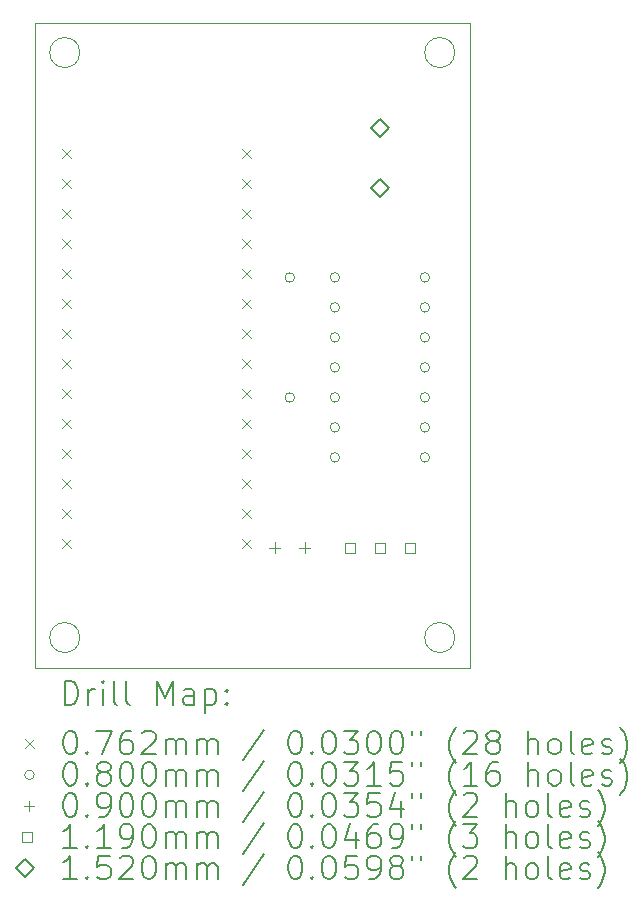
<source format=gbr>
%FSLAX45Y45*%
G04 Gerber Fmt 4.5, Leading zero omitted, Abs format (unit mm)*
G04 Created by KiCad (PCBNEW (6.0.4)) date 2022-04-18 10:49:24*
%MOMM*%
%LPD*%
G01*
G04 APERTURE LIST*
%TA.AperFunction,Profile*%
%ADD10C,0.100000*%
%TD*%
%ADD11C,0.200000*%
%ADD12C,0.076200*%
%ADD13C,0.080000*%
%ADD14C,0.090000*%
%ADD15C,0.119000*%
%ADD16C,0.152000*%
G04 APERTURE END LIST*
D10*
X11049000Y-6477000D02*
X14732000Y-6477000D01*
X14732000Y-6477000D02*
X14732000Y-11938000D01*
X14732000Y-11938000D02*
X11049000Y-11938000D01*
X11049000Y-11938000D02*
X11049000Y-6477000D01*
X14605000Y-11684000D02*
G75*
G03*
X14605000Y-11684000I-127000J0D01*
G01*
X14605000Y-6731000D02*
G75*
G03*
X14605000Y-6731000I-127000J0D01*
G01*
X11430000Y-6731000D02*
G75*
G03*
X11430000Y-6731000I-127000J0D01*
G01*
X11430000Y-11684000D02*
G75*
G03*
X11430000Y-11684000I-127000J0D01*
G01*
D11*
D12*
X11278400Y-7545400D02*
X11354600Y-7621600D01*
X11354600Y-7545400D02*
X11278400Y-7621600D01*
X11278400Y-7799400D02*
X11354600Y-7875600D01*
X11354600Y-7799400D02*
X11278400Y-7875600D01*
X11278400Y-8053400D02*
X11354600Y-8129600D01*
X11354600Y-8053400D02*
X11278400Y-8129600D01*
X11278400Y-8307400D02*
X11354600Y-8383600D01*
X11354600Y-8307400D02*
X11278400Y-8383600D01*
X11278400Y-8561400D02*
X11354600Y-8637600D01*
X11354600Y-8561400D02*
X11278400Y-8637600D01*
X11278400Y-8815400D02*
X11354600Y-8891600D01*
X11354600Y-8815400D02*
X11278400Y-8891600D01*
X11278400Y-9069400D02*
X11354600Y-9145600D01*
X11354600Y-9069400D02*
X11278400Y-9145600D01*
X11278400Y-9323400D02*
X11354600Y-9399600D01*
X11354600Y-9323400D02*
X11278400Y-9399600D01*
X11278400Y-9577400D02*
X11354600Y-9653600D01*
X11354600Y-9577400D02*
X11278400Y-9653600D01*
X11278400Y-9831400D02*
X11354600Y-9907600D01*
X11354600Y-9831400D02*
X11278400Y-9907600D01*
X11278400Y-10085400D02*
X11354600Y-10161600D01*
X11354600Y-10085400D02*
X11278400Y-10161600D01*
X11278400Y-10339400D02*
X11354600Y-10415600D01*
X11354600Y-10339400D02*
X11278400Y-10415600D01*
X11278400Y-10593400D02*
X11354600Y-10669600D01*
X11354600Y-10593400D02*
X11278400Y-10669600D01*
X11278400Y-10847400D02*
X11354600Y-10923600D01*
X11354600Y-10847400D02*
X11278400Y-10923600D01*
X12802400Y-7545400D02*
X12878600Y-7621600D01*
X12878600Y-7545400D02*
X12802400Y-7621600D01*
X12802400Y-7799400D02*
X12878600Y-7875600D01*
X12878600Y-7799400D02*
X12802400Y-7875600D01*
X12802400Y-8053400D02*
X12878600Y-8129600D01*
X12878600Y-8053400D02*
X12802400Y-8129600D01*
X12802400Y-8307400D02*
X12878600Y-8383600D01*
X12878600Y-8307400D02*
X12802400Y-8383600D01*
X12802400Y-8561400D02*
X12878600Y-8637600D01*
X12878600Y-8561400D02*
X12802400Y-8637600D01*
X12802400Y-8815400D02*
X12878600Y-8891600D01*
X12878600Y-8815400D02*
X12802400Y-8891600D01*
X12802400Y-9069400D02*
X12878600Y-9145600D01*
X12878600Y-9069400D02*
X12802400Y-9145600D01*
X12802400Y-9323400D02*
X12878600Y-9399600D01*
X12878600Y-9323400D02*
X12802400Y-9399600D01*
X12802400Y-9577400D02*
X12878600Y-9653600D01*
X12878600Y-9577400D02*
X12802400Y-9653600D01*
X12802400Y-9831400D02*
X12878600Y-9907600D01*
X12878600Y-9831400D02*
X12802400Y-9907600D01*
X12802400Y-10085400D02*
X12878600Y-10161600D01*
X12878600Y-10085400D02*
X12802400Y-10161600D01*
X12802400Y-10339400D02*
X12878600Y-10415600D01*
X12878600Y-10339400D02*
X12802400Y-10415600D01*
X12802400Y-10593400D02*
X12878600Y-10669600D01*
X12878600Y-10593400D02*
X12802400Y-10669600D01*
X12802400Y-10847400D02*
X12878600Y-10923600D01*
X12878600Y-10847400D02*
X12802400Y-10923600D01*
D13*
X13248000Y-8636000D02*
G75*
G03*
X13248000Y-8636000I-40000J0D01*
G01*
X13248000Y-9652000D02*
G75*
G03*
X13248000Y-9652000I-40000J0D01*
G01*
X13630000Y-8635500D02*
G75*
G03*
X13630000Y-8635500I-40000J0D01*
G01*
X13630000Y-8889500D02*
G75*
G03*
X13630000Y-8889500I-40000J0D01*
G01*
X13630000Y-9143500D02*
G75*
G03*
X13630000Y-9143500I-40000J0D01*
G01*
X13630000Y-9397500D02*
G75*
G03*
X13630000Y-9397500I-40000J0D01*
G01*
X13630000Y-9651500D02*
G75*
G03*
X13630000Y-9651500I-40000J0D01*
G01*
X13630000Y-9905500D02*
G75*
G03*
X13630000Y-9905500I-40000J0D01*
G01*
X13630000Y-10159500D02*
G75*
G03*
X13630000Y-10159500I-40000J0D01*
G01*
X14392000Y-8635500D02*
G75*
G03*
X14392000Y-8635500I-40000J0D01*
G01*
X14392000Y-8889500D02*
G75*
G03*
X14392000Y-8889500I-40000J0D01*
G01*
X14392000Y-9143500D02*
G75*
G03*
X14392000Y-9143500I-40000J0D01*
G01*
X14392000Y-9397500D02*
G75*
G03*
X14392000Y-9397500I-40000J0D01*
G01*
X14392000Y-9651500D02*
G75*
G03*
X14392000Y-9651500I-40000J0D01*
G01*
X14392000Y-9905500D02*
G75*
G03*
X14392000Y-9905500I-40000J0D01*
G01*
X14392000Y-10159500D02*
G75*
G03*
X14392000Y-10159500I-40000J0D01*
G01*
D14*
X13081000Y-10877000D02*
X13081000Y-10967000D01*
X13036000Y-10922000D02*
X13126000Y-10922000D01*
X13335000Y-10877000D02*
X13335000Y-10967000D01*
X13290000Y-10922000D02*
X13380000Y-10922000D01*
D15*
X13758073Y-10964073D02*
X13758073Y-10879927D01*
X13673927Y-10879927D01*
X13673927Y-10964073D01*
X13758073Y-10964073D01*
X14012073Y-10964073D02*
X14012073Y-10879927D01*
X13927927Y-10879927D01*
X13927927Y-10964073D01*
X14012073Y-10964073D01*
X14266073Y-10964073D02*
X14266073Y-10879927D01*
X14181927Y-10879927D01*
X14181927Y-10964073D01*
X14266073Y-10964073D01*
D16*
X13970000Y-7442000D02*
X14046000Y-7366000D01*
X13970000Y-7290000D01*
X13894000Y-7366000D01*
X13970000Y-7442000D01*
X13970000Y-7950000D02*
X14046000Y-7874000D01*
X13970000Y-7798000D01*
X13894000Y-7874000D01*
X13970000Y-7950000D01*
D11*
X11301619Y-12253476D02*
X11301619Y-12053476D01*
X11349238Y-12053476D01*
X11377809Y-12063000D01*
X11396857Y-12082048D01*
X11406381Y-12101095D01*
X11415905Y-12139190D01*
X11415905Y-12167762D01*
X11406381Y-12205857D01*
X11396857Y-12224905D01*
X11377809Y-12243952D01*
X11349238Y-12253476D01*
X11301619Y-12253476D01*
X11501619Y-12253476D02*
X11501619Y-12120143D01*
X11501619Y-12158238D02*
X11511143Y-12139190D01*
X11520667Y-12129667D01*
X11539714Y-12120143D01*
X11558762Y-12120143D01*
X11625428Y-12253476D02*
X11625428Y-12120143D01*
X11625428Y-12053476D02*
X11615905Y-12063000D01*
X11625428Y-12072524D01*
X11634952Y-12063000D01*
X11625428Y-12053476D01*
X11625428Y-12072524D01*
X11749238Y-12253476D02*
X11730190Y-12243952D01*
X11720667Y-12224905D01*
X11720667Y-12053476D01*
X11854000Y-12253476D02*
X11834952Y-12243952D01*
X11825428Y-12224905D01*
X11825428Y-12053476D01*
X12082571Y-12253476D02*
X12082571Y-12053476D01*
X12149238Y-12196333D01*
X12215905Y-12053476D01*
X12215905Y-12253476D01*
X12396857Y-12253476D02*
X12396857Y-12148714D01*
X12387333Y-12129667D01*
X12368286Y-12120143D01*
X12330190Y-12120143D01*
X12311143Y-12129667D01*
X12396857Y-12243952D02*
X12377809Y-12253476D01*
X12330190Y-12253476D01*
X12311143Y-12243952D01*
X12301619Y-12224905D01*
X12301619Y-12205857D01*
X12311143Y-12186809D01*
X12330190Y-12177286D01*
X12377809Y-12177286D01*
X12396857Y-12167762D01*
X12492095Y-12120143D02*
X12492095Y-12320143D01*
X12492095Y-12129667D02*
X12511143Y-12120143D01*
X12549238Y-12120143D01*
X12568286Y-12129667D01*
X12577809Y-12139190D01*
X12587333Y-12158238D01*
X12587333Y-12215381D01*
X12577809Y-12234428D01*
X12568286Y-12243952D01*
X12549238Y-12253476D01*
X12511143Y-12253476D01*
X12492095Y-12243952D01*
X12673048Y-12234428D02*
X12682571Y-12243952D01*
X12673048Y-12253476D01*
X12663524Y-12243952D01*
X12673048Y-12234428D01*
X12673048Y-12253476D01*
X12673048Y-12129667D02*
X12682571Y-12139190D01*
X12673048Y-12148714D01*
X12663524Y-12139190D01*
X12673048Y-12129667D01*
X12673048Y-12148714D01*
D12*
X10967800Y-12544900D02*
X11044000Y-12621100D01*
X11044000Y-12544900D02*
X10967800Y-12621100D01*
D11*
X11339714Y-12473476D02*
X11358762Y-12473476D01*
X11377809Y-12483000D01*
X11387333Y-12492524D01*
X11396857Y-12511571D01*
X11406381Y-12549667D01*
X11406381Y-12597286D01*
X11396857Y-12635381D01*
X11387333Y-12654428D01*
X11377809Y-12663952D01*
X11358762Y-12673476D01*
X11339714Y-12673476D01*
X11320667Y-12663952D01*
X11311143Y-12654428D01*
X11301619Y-12635381D01*
X11292095Y-12597286D01*
X11292095Y-12549667D01*
X11301619Y-12511571D01*
X11311143Y-12492524D01*
X11320667Y-12483000D01*
X11339714Y-12473476D01*
X11492095Y-12654428D02*
X11501619Y-12663952D01*
X11492095Y-12673476D01*
X11482571Y-12663952D01*
X11492095Y-12654428D01*
X11492095Y-12673476D01*
X11568286Y-12473476D02*
X11701619Y-12473476D01*
X11615905Y-12673476D01*
X11863524Y-12473476D02*
X11825428Y-12473476D01*
X11806381Y-12483000D01*
X11796857Y-12492524D01*
X11777809Y-12521095D01*
X11768286Y-12559190D01*
X11768286Y-12635381D01*
X11777809Y-12654428D01*
X11787333Y-12663952D01*
X11806381Y-12673476D01*
X11844476Y-12673476D01*
X11863524Y-12663952D01*
X11873048Y-12654428D01*
X11882571Y-12635381D01*
X11882571Y-12587762D01*
X11873048Y-12568714D01*
X11863524Y-12559190D01*
X11844476Y-12549667D01*
X11806381Y-12549667D01*
X11787333Y-12559190D01*
X11777809Y-12568714D01*
X11768286Y-12587762D01*
X11958762Y-12492524D02*
X11968286Y-12483000D01*
X11987333Y-12473476D01*
X12034952Y-12473476D01*
X12054000Y-12483000D01*
X12063524Y-12492524D01*
X12073048Y-12511571D01*
X12073048Y-12530619D01*
X12063524Y-12559190D01*
X11949238Y-12673476D01*
X12073048Y-12673476D01*
X12158762Y-12673476D02*
X12158762Y-12540143D01*
X12158762Y-12559190D02*
X12168286Y-12549667D01*
X12187333Y-12540143D01*
X12215905Y-12540143D01*
X12234952Y-12549667D01*
X12244476Y-12568714D01*
X12244476Y-12673476D01*
X12244476Y-12568714D02*
X12254000Y-12549667D01*
X12273048Y-12540143D01*
X12301619Y-12540143D01*
X12320667Y-12549667D01*
X12330190Y-12568714D01*
X12330190Y-12673476D01*
X12425428Y-12673476D02*
X12425428Y-12540143D01*
X12425428Y-12559190D02*
X12434952Y-12549667D01*
X12454000Y-12540143D01*
X12482571Y-12540143D01*
X12501619Y-12549667D01*
X12511143Y-12568714D01*
X12511143Y-12673476D01*
X12511143Y-12568714D02*
X12520667Y-12549667D01*
X12539714Y-12540143D01*
X12568286Y-12540143D01*
X12587333Y-12549667D01*
X12596857Y-12568714D01*
X12596857Y-12673476D01*
X12987333Y-12463952D02*
X12815905Y-12721095D01*
X13244476Y-12473476D02*
X13263524Y-12473476D01*
X13282571Y-12483000D01*
X13292095Y-12492524D01*
X13301619Y-12511571D01*
X13311143Y-12549667D01*
X13311143Y-12597286D01*
X13301619Y-12635381D01*
X13292095Y-12654428D01*
X13282571Y-12663952D01*
X13263524Y-12673476D01*
X13244476Y-12673476D01*
X13225428Y-12663952D01*
X13215905Y-12654428D01*
X13206381Y-12635381D01*
X13196857Y-12597286D01*
X13196857Y-12549667D01*
X13206381Y-12511571D01*
X13215905Y-12492524D01*
X13225428Y-12483000D01*
X13244476Y-12473476D01*
X13396857Y-12654428D02*
X13406381Y-12663952D01*
X13396857Y-12673476D01*
X13387333Y-12663952D01*
X13396857Y-12654428D01*
X13396857Y-12673476D01*
X13530190Y-12473476D02*
X13549238Y-12473476D01*
X13568286Y-12483000D01*
X13577809Y-12492524D01*
X13587333Y-12511571D01*
X13596857Y-12549667D01*
X13596857Y-12597286D01*
X13587333Y-12635381D01*
X13577809Y-12654428D01*
X13568286Y-12663952D01*
X13549238Y-12673476D01*
X13530190Y-12673476D01*
X13511143Y-12663952D01*
X13501619Y-12654428D01*
X13492095Y-12635381D01*
X13482571Y-12597286D01*
X13482571Y-12549667D01*
X13492095Y-12511571D01*
X13501619Y-12492524D01*
X13511143Y-12483000D01*
X13530190Y-12473476D01*
X13663524Y-12473476D02*
X13787333Y-12473476D01*
X13720667Y-12549667D01*
X13749238Y-12549667D01*
X13768286Y-12559190D01*
X13777809Y-12568714D01*
X13787333Y-12587762D01*
X13787333Y-12635381D01*
X13777809Y-12654428D01*
X13768286Y-12663952D01*
X13749238Y-12673476D01*
X13692095Y-12673476D01*
X13673048Y-12663952D01*
X13663524Y-12654428D01*
X13911143Y-12473476D02*
X13930190Y-12473476D01*
X13949238Y-12483000D01*
X13958762Y-12492524D01*
X13968286Y-12511571D01*
X13977809Y-12549667D01*
X13977809Y-12597286D01*
X13968286Y-12635381D01*
X13958762Y-12654428D01*
X13949238Y-12663952D01*
X13930190Y-12673476D01*
X13911143Y-12673476D01*
X13892095Y-12663952D01*
X13882571Y-12654428D01*
X13873048Y-12635381D01*
X13863524Y-12597286D01*
X13863524Y-12549667D01*
X13873048Y-12511571D01*
X13882571Y-12492524D01*
X13892095Y-12483000D01*
X13911143Y-12473476D01*
X14101619Y-12473476D02*
X14120667Y-12473476D01*
X14139714Y-12483000D01*
X14149238Y-12492524D01*
X14158762Y-12511571D01*
X14168286Y-12549667D01*
X14168286Y-12597286D01*
X14158762Y-12635381D01*
X14149238Y-12654428D01*
X14139714Y-12663952D01*
X14120667Y-12673476D01*
X14101619Y-12673476D01*
X14082571Y-12663952D01*
X14073048Y-12654428D01*
X14063524Y-12635381D01*
X14054000Y-12597286D01*
X14054000Y-12549667D01*
X14063524Y-12511571D01*
X14073048Y-12492524D01*
X14082571Y-12483000D01*
X14101619Y-12473476D01*
X14244476Y-12473476D02*
X14244476Y-12511571D01*
X14320667Y-12473476D02*
X14320667Y-12511571D01*
X14615905Y-12749667D02*
X14606381Y-12740143D01*
X14587333Y-12711571D01*
X14577809Y-12692524D01*
X14568286Y-12663952D01*
X14558762Y-12616333D01*
X14558762Y-12578238D01*
X14568286Y-12530619D01*
X14577809Y-12502048D01*
X14587333Y-12483000D01*
X14606381Y-12454428D01*
X14615905Y-12444905D01*
X14682571Y-12492524D02*
X14692095Y-12483000D01*
X14711143Y-12473476D01*
X14758762Y-12473476D01*
X14777809Y-12483000D01*
X14787333Y-12492524D01*
X14796857Y-12511571D01*
X14796857Y-12530619D01*
X14787333Y-12559190D01*
X14673048Y-12673476D01*
X14796857Y-12673476D01*
X14911143Y-12559190D02*
X14892095Y-12549667D01*
X14882571Y-12540143D01*
X14873048Y-12521095D01*
X14873048Y-12511571D01*
X14882571Y-12492524D01*
X14892095Y-12483000D01*
X14911143Y-12473476D01*
X14949238Y-12473476D01*
X14968286Y-12483000D01*
X14977809Y-12492524D01*
X14987333Y-12511571D01*
X14987333Y-12521095D01*
X14977809Y-12540143D01*
X14968286Y-12549667D01*
X14949238Y-12559190D01*
X14911143Y-12559190D01*
X14892095Y-12568714D01*
X14882571Y-12578238D01*
X14873048Y-12597286D01*
X14873048Y-12635381D01*
X14882571Y-12654428D01*
X14892095Y-12663952D01*
X14911143Y-12673476D01*
X14949238Y-12673476D01*
X14968286Y-12663952D01*
X14977809Y-12654428D01*
X14987333Y-12635381D01*
X14987333Y-12597286D01*
X14977809Y-12578238D01*
X14968286Y-12568714D01*
X14949238Y-12559190D01*
X15225428Y-12673476D02*
X15225428Y-12473476D01*
X15311143Y-12673476D02*
X15311143Y-12568714D01*
X15301619Y-12549667D01*
X15282571Y-12540143D01*
X15254000Y-12540143D01*
X15234952Y-12549667D01*
X15225428Y-12559190D01*
X15434952Y-12673476D02*
X15415905Y-12663952D01*
X15406381Y-12654428D01*
X15396857Y-12635381D01*
X15396857Y-12578238D01*
X15406381Y-12559190D01*
X15415905Y-12549667D01*
X15434952Y-12540143D01*
X15463524Y-12540143D01*
X15482571Y-12549667D01*
X15492095Y-12559190D01*
X15501619Y-12578238D01*
X15501619Y-12635381D01*
X15492095Y-12654428D01*
X15482571Y-12663952D01*
X15463524Y-12673476D01*
X15434952Y-12673476D01*
X15615905Y-12673476D02*
X15596857Y-12663952D01*
X15587333Y-12644905D01*
X15587333Y-12473476D01*
X15768286Y-12663952D02*
X15749238Y-12673476D01*
X15711143Y-12673476D01*
X15692095Y-12663952D01*
X15682571Y-12644905D01*
X15682571Y-12568714D01*
X15692095Y-12549667D01*
X15711143Y-12540143D01*
X15749238Y-12540143D01*
X15768286Y-12549667D01*
X15777809Y-12568714D01*
X15777809Y-12587762D01*
X15682571Y-12606809D01*
X15854000Y-12663952D02*
X15873048Y-12673476D01*
X15911143Y-12673476D01*
X15930190Y-12663952D01*
X15939714Y-12644905D01*
X15939714Y-12635381D01*
X15930190Y-12616333D01*
X15911143Y-12606809D01*
X15882571Y-12606809D01*
X15863524Y-12597286D01*
X15854000Y-12578238D01*
X15854000Y-12568714D01*
X15863524Y-12549667D01*
X15882571Y-12540143D01*
X15911143Y-12540143D01*
X15930190Y-12549667D01*
X16006381Y-12749667D02*
X16015905Y-12740143D01*
X16034952Y-12711571D01*
X16044476Y-12692524D01*
X16054000Y-12663952D01*
X16063524Y-12616333D01*
X16063524Y-12578238D01*
X16054000Y-12530619D01*
X16044476Y-12502048D01*
X16034952Y-12483000D01*
X16015905Y-12454428D01*
X16006381Y-12444905D01*
D13*
X11044000Y-12847000D02*
G75*
G03*
X11044000Y-12847000I-40000J0D01*
G01*
D11*
X11339714Y-12737476D02*
X11358762Y-12737476D01*
X11377809Y-12747000D01*
X11387333Y-12756524D01*
X11396857Y-12775571D01*
X11406381Y-12813667D01*
X11406381Y-12861286D01*
X11396857Y-12899381D01*
X11387333Y-12918428D01*
X11377809Y-12927952D01*
X11358762Y-12937476D01*
X11339714Y-12937476D01*
X11320667Y-12927952D01*
X11311143Y-12918428D01*
X11301619Y-12899381D01*
X11292095Y-12861286D01*
X11292095Y-12813667D01*
X11301619Y-12775571D01*
X11311143Y-12756524D01*
X11320667Y-12747000D01*
X11339714Y-12737476D01*
X11492095Y-12918428D02*
X11501619Y-12927952D01*
X11492095Y-12937476D01*
X11482571Y-12927952D01*
X11492095Y-12918428D01*
X11492095Y-12937476D01*
X11615905Y-12823190D02*
X11596857Y-12813667D01*
X11587333Y-12804143D01*
X11577809Y-12785095D01*
X11577809Y-12775571D01*
X11587333Y-12756524D01*
X11596857Y-12747000D01*
X11615905Y-12737476D01*
X11654000Y-12737476D01*
X11673048Y-12747000D01*
X11682571Y-12756524D01*
X11692095Y-12775571D01*
X11692095Y-12785095D01*
X11682571Y-12804143D01*
X11673048Y-12813667D01*
X11654000Y-12823190D01*
X11615905Y-12823190D01*
X11596857Y-12832714D01*
X11587333Y-12842238D01*
X11577809Y-12861286D01*
X11577809Y-12899381D01*
X11587333Y-12918428D01*
X11596857Y-12927952D01*
X11615905Y-12937476D01*
X11654000Y-12937476D01*
X11673048Y-12927952D01*
X11682571Y-12918428D01*
X11692095Y-12899381D01*
X11692095Y-12861286D01*
X11682571Y-12842238D01*
X11673048Y-12832714D01*
X11654000Y-12823190D01*
X11815905Y-12737476D02*
X11834952Y-12737476D01*
X11854000Y-12747000D01*
X11863524Y-12756524D01*
X11873048Y-12775571D01*
X11882571Y-12813667D01*
X11882571Y-12861286D01*
X11873048Y-12899381D01*
X11863524Y-12918428D01*
X11854000Y-12927952D01*
X11834952Y-12937476D01*
X11815905Y-12937476D01*
X11796857Y-12927952D01*
X11787333Y-12918428D01*
X11777809Y-12899381D01*
X11768286Y-12861286D01*
X11768286Y-12813667D01*
X11777809Y-12775571D01*
X11787333Y-12756524D01*
X11796857Y-12747000D01*
X11815905Y-12737476D01*
X12006381Y-12737476D02*
X12025428Y-12737476D01*
X12044476Y-12747000D01*
X12054000Y-12756524D01*
X12063524Y-12775571D01*
X12073048Y-12813667D01*
X12073048Y-12861286D01*
X12063524Y-12899381D01*
X12054000Y-12918428D01*
X12044476Y-12927952D01*
X12025428Y-12937476D01*
X12006381Y-12937476D01*
X11987333Y-12927952D01*
X11977809Y-12918428D01*
X11968286Y-12899381D01*
X11958762Y-12861286D01*
X11958762Y-12813667D01*
X11968286Y-12775571D01*
X11977809Y-12756524D01*
X11987333Y-12747000D01*
X12006381Y-12737476D01*
X12158762Y-12937476D02*
X12158762Y-12804143D01*
X12158762Y-12823190D02*
X12168286Y-12813667D01*
X12187333Y-12804143D01*
X12215905Y-12804143D01*
X12234952Y-12813667D01*
X12244476Y-12832714D01*
X12244476Y-12937476D01*
X12244476Y-12832714D02*
X12254000Y-12813667D01*
X12273048Y-12804143D01*
X12301619Y-12804143D01*
X12320667Y-12813667D01*
X12330190Y-12832714D01*
X12330190Y-12937476D01*
X12425428Y-12937476D02*
X12425428Y-12804143D01*
X12425428Y-12823190D02*
X12434952Y-12813667D01*
X12454000Y-12804143D01*
X12482571Y-12804143D01*
X12501619Y-12813667D01*
X12511143Y-12832714D01*
X12511143Y-12937476D01*
X12511143Y-12832714D02*
X12520667Y-12813667D01*
X12539714Y-12804143D01*
X12568286Y-12804143D01*
X12587333Y-12813667D01*
X12596857Y-12832714D01*
X12596857Y-12937476D01*
X12987333Y-12727952D02*
X12815905Y-12985095D01*
X13244476Y-12737476D02*
X13263524Y-12737476D01*
X13282571Y-12747000D01*
X13292095Y-12756524D01*
X13301619Y-12775571D01*
X13311143Y-12813667D01*
X13311143Y-12861286D01*
X13301619Y-12899381D01*
X13292095Y-12918428D01*
X13282571Y-12927952D01*
X13263524Y-12937476D01*
X13244476Y-12937476D01*
X13225428Y-12927952D01*
X13215905Y-12918428D01*
X13206381Y-12899381D01*
X13196857Y-12861286D01*
X13196857Y-12813667D01*
X13206381Y-12775571D01*
X13215905Y-12756524D01*
X13225428Y-12747000D01*
X13244476Y-12737476D01*
X13396857Y-12918428D02*
X13406381Y-12927952D01*
X13396857Y-12937476D01*
X13387333Y-12927952D01*
X13396857Y-12918428D01*
X13396857Y-12937476D01*
X13530190Y-12737476D02*
X13549238Y-12737476D01*
X13568286Y-12747000D01*
X13577809Y-12756524D01*
X13587333Y-12775571D01*
X13596857Y-12813667D01*
X13596857Y-12861286D01*
X13587333Y-12899381D01*
X13577809Y-12918428D01*
X13568286Y-12927952D01*
X13549238Y-12937476D01*
X13530190Y-12937476D01*
X13511143Y-12927952D01*
X13501619Y-12918428D01*
X13492095Y-12899381D01*
X13482571Y-12861286D01*
X13482571Y-12813667D01*
X13492095Y-12775571D01*
X13501619Y-12756524D01*
X13511143Y-12747000D01*
X13530190Y-12737476D01*
X13663524Y-12737476D02*
X13787333Y-12737476D01*
X13720667Y-12813667D01*
X13749238Y-12813667D01*
X13768286Y-12823190D01*
X13777809Y-12832714D01*
X13787333Y-12851762D01*
X13787333Y-12899381D01*
X13777809Y-12918428D01*
X13768286Y-12927952D01*
X13749238Y-12937476D01*
X13692095Y-12937476D01*
X13673048Y-12927952D01*
X13663524Y-12918428D01*
X13977809Y-12937476D02*
X13863524Y-12937476D01*
X13920667Y-12937476D02*
X13920667Y-12737476D01*
X13901619Y-12766048D01*
X13882571Y-12785095D01*
X13863524Y-12794619D01*
X14158762Y-12737476D02*
X14063524Y-12737476D01*
X14054000Y-12832714D01*
X14063524Y-12823190D01*
X14082571Y-12813667D01*
X14130190Y-12813667D01*
X14149238Y-12823190D01*
X14158762Y-12832714D01*
X14168286Y-12851762D01*
X14168286Y-12899381D01*
X14158762Y-12918428D01*
X14149238Y-12927952D01*
X14130190Y-12937476D01*
X14082571Y-12937476D01*
X14063524Y-12927952D01*
X14054000Y-12918428D01*
X14244476Y-12737476D02*
X14244476Y-12775571D01*
X14320667Y-12737476D02*
X14320667Y-12775571D01*
X14615905Y-13013667D02*
X14606381Y-13004143D01*
X14587333Y-12975571D01*
X14577809Y-12956524D01*
X14568286Y-12927952D01*
X14558762Y-12880333D01*
X14558762Y-12842238D01*
X14568286Y-12794619D01*
X14577809Y-12766048D01*
X14587333Y-12747000D01*
X14606381Y-12718428D01*
X14615905Y-12708905D01*
X14796857Y-12937476D02*
X14682571Y-12937476D01*
X14739714Y-12937476D02*
X14739714Y-12737476D01*
X14720667Y-12766048D01*
X14701619Y-12785095D01*
X14682571Y-12794619D01*
X14968286Y-12737476D02*
X14930190Y-12737476D01*
X14911143Y-12747000D01*
X14901619Y-12756524D01*
X14882571Y-12785095D01*
X14873048Y-12823190D01*
X14873048Y-12899381D01*
X14882571Y-12918428D01*
X14892095Y-12927952D01*
X14911143Y-12937476D01*
X14949238Y-12937476D01*
X14968286Y-12927952D01*
X14977809Y-12918428D01*
X14987333Y-12899381D01*
X14987333Y-12851762D01*
X14977809Y-12832714D01*
X14968286Y-12823190D01*
X14949238Y-12813667D01*
X14911143Y-12813667D01*
X14892095Y-12823190D01*
X14882571Y-12832714D01*
X14873048Y-12851762D01*
X15225428Y-12937476D02*
X15225428Y-12737476D01*
X15311143Y-12937476D02*
X15311143Y-12832714D01*
X15301619Y-12813667D01*
X15282571Y-12804143D01*
X15254000Y-12804143D01*
X15234952Y-12813667D01*
X15225428Y-12823190D01*
X15434952Y-12937476D02*
X15415905Y-12927952D01*
X15406381Y-12918428D01*
X15396857Y-12899381D01*
X15396857Y-12842238D01*
X15406381Y-12823190D01*
X15415905Y-12813667D01*
X15434952Y-12804143D01*
X15463524Y-12804143D01*
X15482571Y-12813667D01*
X15492095Y-12823190D01*
X15501619Y-12842238D01*
X15501619Y-12899381D01*
X15492095Y-12918428D01*
X15482571Y-12927952D01*
X15463524Y-12937476D01*
X15434952Y-12937476D01*
X15615905Y-12937476D02*
X15596857Y-12927952D01*
X15587333Y-12908905D01*
X15587333Y-12737476D01*
X15768286Y-12927952D02*
X15749238Y-12937476D01*
X15711143Y-12937476D01*
X15692095Y-12927952D01*
X15682571Y-12908905D01*
X15682571Y-12832714D01*
X15692095Y-12813667D01*
X15711143Y-12804143D01*
X15749238Y-12804143D01*
X15768286Y-12813667D01*
X15777809Y-12832714D01*
X15777809Y-12851762D01*
X15682571Y-12870809D01*
X15854000Y-12927952D02*
X15873048Y-12937476D01*
X15911143Y-12937476D01*
X15930190Y-12927952D01*
X15939714Y-12908905D01*
X15939714Y-12899381D01*
X15930190Y-12880333D01*
X15911143Y-12870809D01*
X15882571Y-12870809D01*
X15863524Y-12861286D01*
X15854000Y-12842238D01*
X15854000Y-12832714D01*
X15863524Y-12813667D01*
X15882571Y-12804143D01*
X15911143Y-12804143D01*
X15930190Y-12813667D01*
X16006381Y-13013667D02*
X16015905Y-13004143D01*
X16034952Y-12975571D01*
X16044476Y-12956524D01*
X16054000Y-12927952D01*
X16063524Y-12880333D01*
X16063524Y-12842238D01*
X16054000Y-12794619D01*
X16044476Y-12766048D01*
X16034952Y-12747000D01*
X16015905Y-12718428D01*
X16006381Y-12708905D01*
D14*
X10999000Y-13066000D02*
X10999000Y-13156000D01*
X10954000Y-13111000D02*
X11044000Y-13111000D01*
D11*
X11339714Y-13001476D02*
X11358762Y-13001476D01*
X11377809Y-13011000D01*
X11387333Y-13020524D01*
X11396857Y-13039571D01*
X11406381Y-13077667D01*
X11406381Y-13125286D01*
X11396857Y-13163381D01*
X11387333Y-13182428D01*
X11377809Y-13191952D01*
X11358762Y-13201476D01*
X11339714Y-13201476D01*
X11320667Y-13191952D01*
X11311143Y-13182428D01*
X11301619Y-13163381D01*
X11292095Y-13125286D01*
X11292095Y-13077667D01*
X11301619Y-13039571D01*
X11311143Y-13020524D01*
X11320667Y-13011000D01*
X11339714Y-13001476D01*
X11492095Y-13182428D02*
X11501619Y-13191952D01*
X11492095Y-13201476D01*
X11482571Y-13191952D01*
X11492095Y-13182428D01*
X11492095Y-13201476D01*
X11596857Y-13201476D02*
X11634952Y-13201476D01*
X11654000Y-13191952D01*
X11663524Y-13182428D01*
X11682571Y-13153857D01*
X11692095Y-13115762D01*
X11692095Y-13039571D01*
X11682571Y-13020524D01*
X11673048Y-13011000D01*
X11654000Y-13001476D01*
X11615905Y-13001476D01*
X11596857Y-13011000D01*
X11587333Y-13020524D01*
X11577809Y-13039571D01*
X11577809Y-13087190D01*
X11587333Y-13106238D01*
X11596857Y-13115762D01*
X11615905Y-13125286D01*
X11654000Y-13125286D01*
X11673048Y-13115762D01*
X11682571Y-13106238D01*
X11692095Y-13087190D01*
X11815905Y-13001476D02*
X11834952Y-13001476D01*
X11854000Y-13011000D01*
X11863524Y-13020524D01*
X11873048Y-13039571D01*
X11882571Y-13077667D01*
X11882571Y-13125286D01*
X11873048Y-13163381D01*
X11863524Y-13182428D01*
X11854000Y-13191952D01*
X11834952Y-13201476D01*
X11815905Y-13201476D01*
X11796857Y-13191952D01*
X11787333Y-13182428D01*
X11777809Y-13163381D01*
X11768286Y-13125286D01*
X11768286Y-13077667D01*
X11777809Y-13039571D01*
X11787333Y-13020524D01*
X11796857Y-13011000D01*
X11815905Y-13001476D01*
X12006381Y-13001476D02*
X12025428Y-13001476D01*
X12044476Y-13011000D01*
X12054000Y-13020524D01*
X12063524Y-13039571D01*
X12073048Y-13077667D01*
X12073048Y-13125286D01*
X12063524Y-13163381D01*
X12054000Y-13182428D01*
X12044476Y-13191952D01*
X12025428Y-13201476D01*
X12006381Y-13201476D01*
X11987333Y-13191952D01*
X11977809Y-13182428D01*
X11968286Y-13163381D01*
X11958762Y-13125286D01*
X11958762Y-13077667D01*
X11968286Y-13039571D01*
X11977809Y-13020524D01*
X11987333Y-13011000D01*
X12006381Y-13001476D01*
X12158762Y-13201476D02*
X12158762Y-13068143D01*
X12158762Y-13087190D02*
X12168286Y-13077667D01*
X12187333Y-13068143D01*
X12215905Y-13068143D01*
X12234952Y-13077667D01*
X12244476Y-13096714D01*
X12244476Y-13201476D01*
X12244476Y-13096714D02*
X12254000Y-13077667D01*
X12273048Y-13068143D01*
X12301619Y-13068143D01*
X12320667Y-13077667D01*
X12330190Y-13096714D01*
X12330190Y-13201476D01*
X12425428Y-13201476D02*
X12425428Y-13068143D01*
X12425428Y-13087190D02*
X12434952Y-13077667D01*
X12454000Y-13068143D01*
X12482571Y-13068143D01*
X12501619Y-13077667D01*
X12511143Y-13096714D01*
X12511143Y-13201476D01*
X12511143Y-13096714D02*
X12520667Y-13077667D01*
X12539714Y-13068143D01*
X12568286Y-13068143D01*
X12587333Y-13077667D01*
X12596857Y-13096714D01*
X12596857Y-13201476D01*
X12987333Y-12991952D02*
X12815905Y-13249095D01*
X13244476Y-13001476D02*
X13263524Y-13001476D01*
X13282571Y-13011000D01*
X13292095Y-13020524D01*
X13301619Y-13039571D01*
X13311143Y-13077667D01*
X13311143Y-13125286D01*
X13301619Y-13163381D01*
X13292095Y-13182428D01*
X13282571Y-13191952D01*
X13263524Y-13201476D01*
X13244476Y-13201476D01*
X13225428Y-13191952D01*
X13215905Y-13182428D01*
X13206381Y-13163381D01*
X13196857Y-13125286D01*
X13196857Y-13077667D01*
X13206381Y-13039571D01*
X13215905Y-13020524D01*
X13225428Y-13011000D01*
X13244476Y-13001476D01*
X13396857Y-13182428D02*
X13406381Y-13191952D01*
X13396857Y-13201476D01*
X13387333Y-13191952D01*
X13396857Y-13182428D01*
X13396857Y-13201476D01*
X13530190Y-13001476D02*
X13549238Y-13001476D01*
X13568286Y-13011000D01*
X13577809Y-13020524D01*
X13587333Y-13039571D01*
X13596857Y-13077667D01*
X13596857Y-13125286D01*
X13587333Y-13163381D01*
X13577809Y-13182428D01*
X13568286Y-13191952D01*
X13549238Y-13201476D01*
X13530190Y-13201476D01*
X13511143Y-13191952D01*
X13501619Y-13182428D01*
X13492095Y-13163381D01*
X13482571Y-13125286D01*
X13482571Y-13077667D01*
X13492095Y-13039571D01*
X13501619Y-13020524D01*
X13511143Y-13011000D01*
X13530190Y-13001476D01*
X13663524Y-13001476D02*
X13787333Y-13001476D01*
X13720667Y-13077667D01*
X13749238Y-13077667D01*
X13768286Y-13087190D01*
X13777809Y-13096714D01*
X13787333Y-13115762D01*
X13787333Y-13163381D01*
X13777809Y-13182428D01*
X13768286Y-13191952D01*
X13749238Y-13201476D01*
X13692095Y-13201476D01*
X13673048Y-13191952D01*
X13663524Y-13182428D01*
X13968286Y-13001476D02*
X13873048Y-13001476D01*
X13863524Y-13096714D01*
X13873048Y-13087190D01*
X13892095Y-13077667D01*
X13939714Y-13077667D01*
X13958762Y-13087190D01*
X13968286Y-13096714D01*
X13977809Y-13115762D01*
X13977809Y-13163381D01*
X13968286Y-13182428D01*
X13958762Y-13191952D01*
X13939714Y-13201476D01*
X13892095Y-13201476D01*
X13873048Y-13191952D01*
X13863524Y-13182428D01*
X14149238Y-13068143D02*
X14149238Y-13201476D01*
X14101619Y-12991952D02*
X14054000Y-13134809D01*
X14177809Y-13134809D01*
X14244476Y-13001476D02*
X14244476Y-13039571D01*
X14320667Y-13001476D02*
X14320667Y-13039571D01*
X14615905Y-13277667D02*
X14606381Y-13268143D01*
X14587333Y-13239571D01*
X14577809Y-13220524D01*
X14568286Y-13191952D01*
X14558762Y-13144333D01*
X14558762Y-13106238D01*
X14568286Y-13058619D01*
X14577809Y-13030048D01*
X14587333Y-13011000D01*
X14606381Y-12982428D01*
X14615905Y-12972905D01*
X14682571Y-13020524D02*
X14692095Y-13011000D01*
X14711143Y-13001476D01*
X14758762Y-13001476D01*
X14777809Y-13011000D01*
X14787333Y-13020524D01*
X14796857Y-13039571D01*
X14796857Y-13058619D01*
X14787333Y-13087190D01*
X14673048Y-13201476D01*
X14796857Y-13201476D01*
X15034952Y-13201476D02*
X15034952Y-13001476D01*
X15120667Y-13201476D02*
X15120667Y-13096714D01*
X15111143Y-13077667D01*
X15092095Y-13068143D01*
X15063524Y-13068143D01*
X15044476Y-13077667D01*
X15034952Y-13087190D01*
X15244476Y-13201476D02*
X15225428Y-13191952D01*
X15215905Y-13182428D01*
X15206381Y-13163381D01*
X15206381Y-13106238D01*
X15215905Y-13087190D01*
X15225428Y-13077667D01*
X15244476Y-13068143D01*
X15273048Y-13068143D01*
X15292095Y-13077667D01*
X15301619Y-13087190D01*
X15311143Y-13106238D01*
X15311143Y-13163381D01*
X15301619Y-13182428D01*
X15292095Y-13191952D01*
X15273048Y-13201476D01*
X15244476Y-13201476D01*
X15425428Y-13201476D02*
X15406381Y-13191952D01*
X15396857Y-13172905D01*
X15396857Y-13001476D01*
X15577809Y-13191952D02*
X15558762Y-13201476D01*
X15520667Y-13201476D01*
X15501619Y-13191952D01*
X15492095Y-13172905D01*
X15492095Y-13096714D01*
X15501619Y-13077667D01*
X15520667Y-13068143D01*
X15558762Y-13068143D01*
X15577809Y-13077667D01*
X15587333Y-13096714D01*
X15587333Y-13115762D01*
X15492095Y-13134809D01*
X15663524Y-13191952D02*
X15682571Y-13201476D01*
X15720667Y-13201476D01*
X15739714Y-13191952D01*
X15749238Y-13172905D01*
X15749238Y-13163381D01*
X15739714Y-13144333D01*
X15720667Y-13134809D01*
X15692095Y-13134809D01*
X15673048Y-13125286D01*
X15663524Y-13106238D01*
X15663524Y-13096714D01*
X15673048Y-13077667D01*
X15692095Y-13068143D01*
X15720667Y-13068143D01*
X15739714Y-13077667D01*
X15815905Y-13277667D02*
X15825428Y-13268143D01*
X15844476Y-13239571D01*
X15854000Y-13220524D01*
X15863524Y-13191952D01*
X15873048Y-13144333D01*
X15873048Y-13106238D01*
X15863524Y-13058619D01*
X15854000Y-13030048D01*
X15844476Y-13011000D01*
X15825428Y-12982428D01*
X15815905Y-12972905D01*
D15*
X11026573Y-13417073D02*
X11026573Y-13332927D01*
X10942427Y-13332927D01*
X10942427Y-13417073D01*
X11026573Y-13417073D01*
D11*
X11406381Y-13465476D02*
X11292095Y-13465476D01*
X11349238Y-13465476D02*
X11349238Y-13265476D01*
X11330190Y-13294048D01*
X11311143Y-13313095D01*
X11292095Y-13322619D01*
X11492095Y-13446428D02*
X11501619Y-13455952D01*
X11492095Y-13465476D01*
X11482571Y-13455952D01*
X11492095Y-13446428D01*
X11492095Y-13465476D01*
X11692095Y-13465476D02*
X11577809Y-13465476D01*
X11634952Y-13465476D02*
X11634952Y-13265476D01*
X11615905Y-13294048D01*
X11596857Y-13313095D01*
X11577809Y-13322619D01*
X11787333Y-13465476D02*
X11825428Y-13465476D01*
X11844476Y-13455952D01*
X11854000Y-13446428D01*
X11873048Y-13417857D01*
X11882571Y-13379762D01*
X11882571Y-13303571D01*
X11873048Y-13284524D01*
X11863524Y-13275000D01*
X11844476Y-13265476D01*
X11806381Y-13265476D01*
X11787333Y-13275000D01*
X11777809Y-13284524D01*
X11768286Y-13303571D01*
X11768286Y-13351190D01*
X11777809Y-13370238D01*
X11787333Y-13379762D01*
X11806381Y-13389286D01*
X11844476Y-13389286D01*
X11863524Y-13379762D01*
X11873048Y-13370238D01*
X11882571Y-13351190D01*
X12006381Y-13265476D02*
X12025428Y-13265476D01*
X12044476Y-13275000D01*
X12054000Y-13284524D01*
X12063524Y-13303571D01*
X12073048Y-13341667D01*
X12073048Y-13389286D01*
X12063524Y-13427381D01*
X12054000Y-13446428D01*
X12044476Y-13455952D01*
X12025428Y-13465476D01*
X12006381Y-13465476D01*
X11987333Y-13455952D01*
X11977809Y-13446428D01*
X11968286Y-13427381D01*
X11958762Y-13389286D01*
X11958762Y-13341667D01*
X11968286Y-13303571D01*
X11977809Y-13284524D01*
X11987333Y-13275000D01*
X12006381Y-13265476D01*
X12158762Y-13465476D02*
X12158762Y-13332143D01*
X12158762Y-13351190D02*
X12168286Y-13341667D01*
X12187333Y-13332143D01*
X12215905Y-13332143D01*
X12234952Y-13341667D01*
X12244476Y-13360714D01*
X12244476Y-13465476D01*
X12244476Y-13360714D02*
X12254000Y-13341667D01*
X12273048Y-13332143D01*
X12301619Y-13332143D01*
X12320667Y-13341667D01*
X12330190Y-13360714D01*
X12330190Y-13465476D01*
X12425428Y-13465476D02*
X12425428Y-13332143D01*
X12425428Y-13351190D02*
X12434952Y-13341667D01*
X12454000Y-13332143D01*
X12482571Y-13332143D01*
X12501619Y-13341667D01*
X12511143Y-13360714D01*
X12511143Y-13465476D01*
X12511143Y-13360714D02*
X12520667Y-13341667D01*
X12539714Y-13332143D01*
X12568286Y-13332143D01*
X12587333Y-13341667D01*
X12596857Y-13360714D01*
X12596857Y-13465476D01*
X12987333Y-13255952D02*
X12815905Y-13513095D01*
X13244476Y-13265476D02*
X13263524Y-13265476D01*
X13282571Y-13275000D01*
X13292095Y-13284524D01*
X13301619Y-13303571D01*
X13311143Y-13341667D01*
X13311143Y-13389286D01*
X13301619Y-13427381D01*
X13292095Y-13446428D01*
X13282571Y-13455952D01*
X13263524Y-13465476D01*
X13244476Y-13465476D01*
X13225428Y-13455952D01*
X13215905Y-13446428D01*
X13206381Y-13427381D01*
X13196857Y-13389286D01*
X13196857Y-13341667D01*
X13206381Y-13303571D01*
X13215905Y-13284524D01*
X13225428Y-13275000D01*
X13244476Y-13265476D01*
X13396857Y-13446428D02*
X13406381Y-13455952D01*
X13396857Y-13465476D01*
X13387333Y-13455952D01*
X13396857Y-13446428D01*
X13396857Y-13465476D01*
X13530190Y-13265476D02*
X13549238Y-13265476D01*
X13568286Y-13275000D01*
X13577809Y-13284524D01*
X13587333Y-13303571D01*
X13596857Y-13341667D01*
X13596857Y-13389286D01*
X13587333Y-13427381D01*
X13577809Y-13446428D01*
X13568286Y-13455952D01*
X13549238Y-13465476D01*
X13530190Y-13465476D01*
X13511143Y-13455952D01*
X13501619Y-13446428D01*
X13492095Y-13427381D01*
X13482571Y-13389286D01*
X13482571Y-13341667D01*
X13492095Y-13303571D01*
X13501619Y-13284524D01*
X13511143Y-13275000D01*
X13530190Y-13265476D01*
X13768286Y-13332143D02*
X13768286Y-13465476D01*
X13720667Y-13255952D02*
X13673048Y-13398809D01*
X13796857Y-13398809D01*
X13958762Y-13265476D02*
X13920667Y-13265476D01*
X13901619Y-13275000D01*
X13892095Y-13284524D01*
X13873048Y-13313095D01*
X13863524Y-13351190D01*
X13863524Y-13427381D01*
X13873048Y-13446428D01*
X13882571Y-13455952D01*
X13901619Y-13465476D01*
X13939714Y-13465476D01*
X13958762Y-13455952D01*
X13968286Y-13446428D01*
X13977809Y-13427381D01*
X13977809Y-13379762D01*
X13968286Y-13360714D01*
X13958762Y-13351190D01*
X13939714Y-13341667D01*
X13901619Y-13341667D01*
X13882571Y-13351190D01*
X13873048Y-13360714D01*
X13863524Y-13379762D01*
X14073048Y-13465476D02*
X14111143Y-13465476D01*
X14130190Y-13455952D01*
X14139714Y-13446428D01*
X14158762Y-13417857D01*
X14168286Y-13379762D01*
X14168286Y-13303571D01*
X14158762Y-13284524D01*
X14149238Y-13275000D01*
X14130190Y-13265476D01*
X14092095Y-13265476D01*
X14073048Y-13275000D01*
X14063524Y-13284524D01*
X14054000Y-13303571D01*
X14054000Y-13351190D01*
X14063524Y-13370238D01*
X14073048Y-13379762D01*
X14092095Y-13389286D01*
X14130190Y-13389286D01*
X14149238Y-13379762D01*
X14158762Y-13370238D01*
X14168286Y-13351190D01*
X14244476Y-13265476D02*
X14244476Y-13303571D01*
X14320667Y-13265476D02*
X14320667Y-13303571D01*
X14615905Y-13541667D02*
X14606381Y-13532143D01*
X14587333Y-13503571D01*
X14577809Y-13484524D01*
X14568286Y-13455952D01*
X14558762Y-13408333D01*
X14558762Y-13370238D01*
X14568286Y-13322619D01*
X14577809Y-13294048D01*
X14587333Y-13275000D01*
X14606381Y-13246428D01*
X14615905Y-13236905D01*
X14673048Y-13265476D02*
X14796857Y-13265476D01*
X14730190Y-13341667D01*
X14758762Y-13341667D01*
X14777809Y-13351190D01*
X14787333Y-13360714D01*
X14796857Y-13379762D01*
X14796857Y-13427381D01*
X14787333Y-13446428D01*
X14777809Y-13455952D01*
X14758762Y-13465476D01*
X14701619Y-13465476D01*
X14682571Y-13455952D01*
X14673048Y-13446428D01*
X15034952Y-13465476D02*
X15034952Y-13265476D01*
X15120667Y-13465476D02*
X15120667Y-13360714D01*
X15111143Y-13341667D01*
X15092095Y-13332143D01*
X15063524Y-13332143D01*
X15044476Y-13341667D01*
X15034952Y-13351190D01*
X15244476Y-13465476D02*
X15225428Y-13455952D01*
X15215905Y-13446428D01*
X15206381Y-13427381D01*
X15206381Y-13370238D01*
X15215905Y-13351190D01*
X15225428Y-13341667D01*
X15244476Y-13332143D01*
X15273048Y-13332143D01*
X15292095Y-13341667D01*
X15301619Y-13351190D01*
X15311143Y-13370238D01*
X15311143Y-13427381D01*
X15301619Y-13446428D01*
X15292095Y-13455952D01*
X15273048Y-13465476D01*
X15244476Y-13465476D01*
X15425428Y-13465476D02*
X15406381Y-13455952D01*
X15396857Y-13436905D01*
X15396857Y-13265476D01*
X15577809Y-13455952D02*
X15558762Y-13465476D01*
X15520667Y-13465476D01*
X15501619Y-13455952D01*
X15492095Y-13436905D01*
X15492095Y-13360714D01*
X15501619Y-13341667D01*
X15520667Y-13332143D01*
X15558762Y-13332143D01*
X15577809Y-13341667D01*
X15587333Y-13360714D01*
X15587333Y-13379762D01*
X15492095Y-13398809D01*
X15663524Y-13455952D02*
X15682571Y-13465476D01*
X15720667Y-13465476D01*
X15739714Y-13455952D01*
X15749238Y-13436905D01*
X15749238Y-13427381D01*
X15739714Y-13408333D01*
X15720667Y-13398809D01*
X15692095Y-13398809D01*
X15673048Y-13389286D01*
X15663524Y-13370238D01*
X15663524Y-13360714D01*
X15673048Y-13341667D01*
X15692095Y-13332143D01*
X15720667Y-13332143D01*
X15739714Y-13341667D01*
X15815905Y-13541667D02*
X15825428Y-13532143D01*
X15844476Y-13503571D01*
X15854000Y-13484524D01*
X15863524Y-13455952D01*
X15873048Y-13408333D01*
X15873048Y-13370238D01*
X15863524Y-13322619D01*
X15854000Y-13294048D01*
X15844476Y-13275000D01*
X15825428Y-13246428D01*
X15815905Y-13236905D01*
D16*
X10968000Y-13715000D02*
X11044000Y-13639000D01*
X10968000Y-13563000D01*
X10892000Y-13639000D01*
X10968000Y-13715000D01*
D11*
X11406381Y-13729476D02*
X11292095Y-13729476D01*
X11349238Y-13729476D02*
X11349238Y-13529476D01*
X11330190Y-13558048D01*
X11311143Y-13577095D01*
X11292095Y-13586619D01*
X11492095Y-13710428D02*
X11501619Y-13719952D01*
X11492095Y-13729476D01*
X11482571Y-13719952D01*
X11492095Y-13710428D01*
X11492095Y-13729476D01*
X11682571Y-13529476D02*
X11587333Y-13529476D01*
X11577809Y-13624714D01*
X11587333Y-13615190D01*
X11606381Y-13605667D01*
X11654000Y-13605667D01*
X11673048Y-13615190D01*
X11682571Y-13624714D01*
X11692095Y-13643762D01*
X11692095Y-13691381D01*
X11682571Y-13710428D01*
X11673048Y-13719952D01*
X11654000Y-13729476D01*
X11606381Y-13729476D01*
X11587333Y-13719952D01*
X11577809Y-13710428D01*
X11768286Y-13548524D02*
X11777809Y-13539000D01*
X11796857Y-13529476D01*
X11844476Y-13529476D01*
X11863524Y-13539000D01*
X11873048Y-13548524D01*
X11882571Y-13567571D01*
X11882571Y-13586619D01*
X11873048Y-13615190D01*
X11758762Y-13729476D01*
X11882571Y-13729476D01*
X12006381Y-13529476D02*
X12025428Y-13529476D01*
X12044476Y-13539000D01*
X12054000Y-13548524D01*
X12063524Y-13567571D01*
X12073048Y-13605667D01*
X12073048Y-13653286D01*
X12063524Y-13691381D01*
X12054000Y-13710428D01*
X12044476Y-13719952D01*
X12025428Y-13729476D01*
X12006381Y-13729476D01*
X11987333Y-13719952D01*
X11977809Y-13710428D01*
X11968286Y-13691381D01*
X11958762Y-13653286D01*
X11958762Y-13605667D01*
X11968286Y-13567571D01*
X11977809Y-13548524D01*
X11987333Y-13539000D01*
X12006381Y-13529476D01*
X12158762Y-13729476D02*
X12158762Y-13596143D01*
X12158762Y-13615190D02*
X12168286Y-13605667D01*
X12187333Y-13596143D01*
X12215905Y-13596143D01*
X12234952Y-13605667D01*
X12244476Y-13624714D01*
X12244476Y-13729476D01*
X12244476Y-13624714D02*
X12254000Y-13605667D01*
X12273048Y-13596143D01*
X12301619Y-13596143D01*
X12320667Y-13605667D01*
X12330190Y-13624714D01*
X12330190Y-13729476D01*
X12425428Y-13729476D02*
X12425428Y-13596143D01*
X12425428Y-13615190D02*
X12434952Y-13605667D01*
X12454000Y-13596143D01*
X12482571Y-13596143D01*
X12501619Y-13605667D01*
X12511143Y-13624714D01*
X12511143Y-13729476D01*
X12511143Y-13624714D02*
X12520667Y-13605667D01*
X12539714Y-13596143D01*
X12568286Y-13596143D01*
X12587333Y-13605667D01*
X12596857Y-13624714D01*
X12596857Y-13729476D01*
X12987333Y-13519952D02*
X12815905Y-13777095D01*
X13244476Y-13529476D02*
X13263524Y-13529476D01*
X13282571Y-13539000D01*
X13292095Y-13548524D01*
X13301619Y-13567571D01*
X13311143Y-13605667D01*
X13311143Y-13653286D01*
X13301619Y-13691381D01*
X13292095Y-13710428D01*
X13282571Y-13719952D01*
X13263524Y-13729476D01*
X13244476Y-13729476D01*
X13225428Y-13719952D01*
X13215905Y-13710428D01*
X13206381Y-13691381D01*
X13196857Y-13653286D01*
X13196857Y-13605667D01*
X13206381Y-13567571D01*
X13215905Y-13548524D01*
X13225428Y-13539000D01*
X13244476Y-13529476D01*
X13396857Y-13710428D02*
X13406381Y-13719952D01*
X13396857Y-13729476D01*
X13387333Y-13719952D01*
X13396857Y-13710428D01*
X13396857Y-13729476D01*
X13530190Y-13529476D02*
X13549238Y-13529476D01*
X13568286Y-13539000D01*
X13577809Y-13548524D01*
X13587333Y-13567571D01*
X13596857Y-13605667D01*
X13596857Y-13653286D01*
X13587333Y-13691381D01*
X13577809Y-13710428D01*
X13568286Y-13719952D01*
X13549238Y-13729476D01*
X13530190Y-13729476D01*
X13511143Y-13719952D01*
X13501619Y-13710428D01*
X13492095Y-13691381D01*
X13482571Y-13653286D01*
X13482571Y-13605667D01*
X13492095Y-13567571D01*
X13501619Y-13548524D01*
X13511143Y-13539000D01*
X13530190Y-13529476D01*
X13777809Y-13529476D02*
X13682571Y-13529476D01*
X13673048Y-13624714D01*
X13682571Y-13615190D01*
X13701619Y-13605667D01*
X13749238Y-13605667D01*
X13768286Y-13615190D01*
X13777809Y-13624714D01*
X13787333Y-13643762D01*
X13787333Y-13691381D01*
X13777809Y-13710428D01*
X13768286Y-13719952D01*
X13749238Y-13729476D01*
X13701619Y-13729476D01*
X13682571Y-13719952D01*
X13673048Y-13710428D01*
X13882571Y-13729476D02*
X13920667Y-13729476D01*
X13939714Y-13719952D01*
X13949238Y-13710428D01*
X13968286Y-13681857D01*
X13977809Y-13643762D01*
X13977809Y-13567571D01*
X13968286Y-13548524D01*
X13958762Y-13539000D01*
X13939714Y-13529476D01*
X13901619Y-13529476D01*
X13882571Y-13539000D01*
X13873048Y-13548524D01*
X13863524Y-13567571D01*
X13863524Y-13615190D01*
X13873048Y-13634238D01*
X13882571Y-13643762D01*
X13901619Y-13653286D01*
X13939714Y-13653286D01*
X13958762Y-13643762D01*
X13968286Y-13634238D01*
X13977809Y-13615190D01*
X14092095Y-13615190D02*
X14073048Y-13605667D01*
X14063524Y-13596143D01*
X14054000Y-13577095D01*
X14054000Y-13567571D01*
X14063524Y-13548524D01*
X14073048Y-13539000D01*
X14092095Y-13529476D01*
X14130190Y-13529476D01*
X14149238Y-13539000D01*
X14158762Y-13548524D01*
X14168286Y-13567571D01*
X14168286Y-13577095D01*
X14158762Y-13596143D01*
X14149238Y-13605667D01*
X14130190Y-13615190D01*
X14092095Y-13615190D01*
X14073048Y-13624714D01*
X14063524Y-13634238D01*
X14054000Y-13653286D01*
X14054000Y-13691381D01*
X14063524Y-13710428D01*
X14073048Y-13719952D01*
X14092095Y-13729476D01*
X14130190Y-13729476D01*
X14149238Y-13719952D01*
X14158762Y-13710428D01*
X14168286Y-13691381D01*
X14168286Y-13653286D01*
X14158762Y-13634238D01*
X14149238Y-13624714D01*
X14130190Y-13615190D01*
X14244476Y-13529476D02*
X14244476Y-13567571D01*
X14320667Y-13529476D02*
X14320667Y-13567571D01*
X14615905Y-13805667D02*
X14606381Y-13796143D01*
X14587333Y-13767571D01*
X14577809Y-13748524D01*
X14568286Y-13719952D01*
X14558762Y-13672333D01*
X14558762Y-13634238D01*
X14568286Y-13586619D01*
X14577809Y-13558048D01*
X14587333Y-13539000D01*
X14606381Y-13510428D01*
X14615905Y-13500905D01*
X14682571Y-13548524D02*
X14692095Y-13539000D01*
X14711143Y-13529476D01*
X14758762Y-13529476D01*
X14777809Y-13539000D01*
X14787333Y-13548524D01*
X14796857Y-13567571D01*
X14796857Y-13586619D01*
X14787333Y-13615190D01*
X14673048Y-13729476D01*
X14796857Y-13729476D01*
X15034952Y-13729476D02*
X15034952Y-13529476D01*
X15120667Y-13729476D02*
X15120667Y-13624714D01*
X15111143Y-13605667D01*
X15092095Y-13596143D01*
X15063524Y-13596143D01*
X15044476Y-13605667D01*
X15034952Y-13615190D01*
X15244476Y-13729476D02*
X15225428Y-13719952D01*
X15215905Y-13710428D01*
X15206381Y-13691381D01*
X15206381Y-13634238D01*
X15215905Y-13615190D01*
X15225428Y-13605667D01*
X15244476Y-13596143D01*
X15273048Y-13596143D01*
X15292095Y-13605667D01*
X15301619Y-13615190D01*
X15311143Y-13634238D01*
X15311143Y-13691381D01*
X15301619Y-13710428D01*
X15292095Y-13719952D01*
X15273048Y-13729476D01*
X15244476Y-13729476D01*
X15425428Y-13729476D02*
X15406381Y-13719952D01*
X15396857Y-13700905D01*
X15396857Y-13529476D01*
X15577809Y-13719952D02*
X15558762Y-13729476D01*
X15520667Y-13729476D01*
X15501619Y-13719952D01*
X15492095Y-13700905D01*
X15492095Y-13624714D01*
X15501619Y-13605667D01*
X15520667Y-13596143D01*
X15558762Y-13596143D01*
X15577809Y-13605667D01*
X15587333Y-13624714D01*
X15587333Y-13643762D01*
X15492095Y-13662809D01*
X15663524Y-13719952D02*
X15682571Y-13729476D01*
X15720667Y-13729476D01*
X15739714Y-13719952D01*
X15749238Y-13700905D01*
X15749238Y-13691381D01*
X15739714Y-13672333D01*
X15720667Y-13662809D01*
X15692095Y-13662809D01*
X15673048Y-13653286D01*
X15663524Y-13634238D01*
X15663524Y-13624714D01*
X15673048Y-13605667D01*
X15692095Y-13596143D01*
X15720667Y-13596143D01*
X15739714Y-13605667D01*
X15815905Y-13805667D02*
X15825428Y-13796143D01*
X15844476Y-13767571D01*
X15854000Y-13748524D01*
X15863524Y-13719952D01*
X15873048Y-13672333D01*
X15873048Y-13634238D01*
X15863524Y-13586619D01*
X15854000Y-13558048D01*
X15844476Y-13539000D01*
X15825428Y-13510428D01*
X15815905Y-13500905D01*
M02*

</source>
